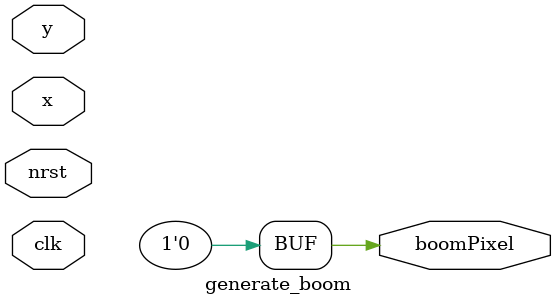
<source format=sv>
module generate_boom (
// This module intakes coordinates of the blocks containing the boom and outputs the pixel the boom is on
input logic clk, nrst,
input logic [8:0] x,
input logic [7:0] y,
output logic boomPixel
);
logic boomDetect; // 1 bit since boolean 0 or 1


logic [8:0] array_horX [15:0] ;
logic [7:0] array_horY [15:0];
logic [8:0] array_verX[16] ; 
logic [7:0] array_verY [16] ;
logic [8:0] SCo;
logic [7:0] SPo;

logic [8:0] startX;
logic [7:0] startY;

logic [8:0] topBx;
logic [7:0] topBy;
logic [8:0] midBx;
logic [7:0] midBy;
logic [8:0] botBx;
logic [7:0] botBy;
assign boomPixel = 0;
endmodule
/*
// toprigM toplefM botrigO toprigO botlefO toplefO botB topB
initial begin
  startX = 82;
  startY = 96;
array_horX[0] = 9'd004;
array_horX[1] = 9'd027;
array_horX[2] = 9'd060;
array_horX[3] = 9'd060;
array_horX[4] = 9'd093;
array_horX[5] = 9'd093;
array_horX[6] = 9'd126;
array_horX[7] = 9'd126;
// Initialize remaining elements if necessary
array_horX[8] = 9'd0;
array_horX[9] = 9'd0;
array_horX[10] = 9'd0;
array_horX[11] = 9'd0;
array_horX[12] = 9'd0;
array_horX[13] = 9'd0;
array_horX[14] = 9'd0;
array_horX[15] = 9'd0;
end
//initial array_horY = {8'd042, 8'd042, 8'd000, 8'd042, 8'd000, 8'd042, 8'd000, 8'd042};
// botrigM toprigM botcenM topcenM botlefM toplefM botrigO toprigO botlefO toplefO botrigO toprigO botlefO toplefO botrigB toprigB
initial begin
array_horY[0] = 8'd042;
array_horY[1] = 8'd042;
array_horY[2] = 8'd000;
array_horY[3] = 8'd042;
array_horY[4] = 8'd000;
array_horY[5] = 8'd042;
array_horY[6] = 8'd000;
array_horY[7] = 8'd042;
// Initialize remaining elements if necessary
array_horY[8] = 8'd0;
array_horY[9] = 8'd0;
array_horY[10] = 8'd0;
array_horY[11] = 8'd0;
array_horY[12] = 8'd0;
array_horY[13] = 8'd0;
array_horY[14] = 8'd0;
array_horY[15] = 8'd0;
end
initial begin
// Initialize array_verX
array_verX[0] = 9'd000;
array_verX[1] = 9'd000;
array_verX[2] = 9'd023;
array_verX[3] = 9'd023;
array_verX[4] = 9'd046;
array_verX[5] = 9'd046;
array_verX[6] = 9'd056;
array_verX[7] = 9'd056;
array_verX[8] = 9'd079;
array_verX[9] = 9'd079;
array_verX[10] = 9'd089;
array_verX[11] = 9'd089;
array_verX[12] = 9'd112;
array_verX[13] = 9'd112;
array_verX[14] = 9'd122;
array_verX[15] = 9'd122;
end

// initial array_verX = {9'd000, 9'd000, 9'd023, 9'd023, 9'd046, 9'd046, 9'd056, 9'd056, 9'd079, 9'd079, 9'd089, 9'd089, 9'd112, 9'd112, 9'd122, 9'd122};
// initial array_verY = {8'd003, 8'd024, 8'd003, 8'd024, 8'd003, 8'd024, 8'd003, 8'd024, 8'd003, 8'd024, 8'd003, 8'd024, 8'd003, 8'd024, 8'd003, 8'd024};
initial begin
// Initialize array_verY
array_verY[0] = 8'd003;
array_verY[1] = 8'd024;
array_verY[2] = 8'd003;
array_verY[3] = 8'd024;
array_verY[4] = 8'd003;
array_verY[5] = 8'd024;
array_verY[6] = 8'd003;
array_verY[7] = 8'd024;
array_verY[8] = 8'd003;
array_verY[9] = 8'd024;
array_verY[10] = 8'd003;
array_verY[11] = 8'd024;
array_verY[12] = 8'd003;
array_verY[13] = 8'd024;
array_verY[14] = 8'd003;
array_verY[15] = 8'd024;
end

always_comb begin
boomDetect = 0;

for (integer i = 0; i < 8; i++) begin
SCo = startX + array_horX[i];
SPo = startY + array_horY[i];
if
( 
(
((y == SPo + 0) || (y == SPo + 4))
&&((x >= SCo + 2) && (x <= SCo + 17))
)
||(
((y == SPo + 1) || (y == SPo + 3))
&&((x >= SCo + 1) && (x <= SCo + 18))
)
||(
(y == SPo + 2)
&&((x >= SCo + 0) && (x <= SCo + 19))
)
) begin
boomDetect = 1;
end
end


for (integer j = 0; j < 16; j++) begin
SCo = startX + array_verX[j];
SPo = startY + array_verY[j];
if
( 
(
((x == SCo + 0) || (x == SCo + 4))
&&((y >= SPo + 2) && (y <= SPo + 17))
)
||(
((x == SCo + 1) || (x == SCo + 3))
&&((y >= SPo + 1) && (y <= SPo + 18))
)
||(
(x == SCo + 2)
&&((y >= SPo + 0) && (y <= SPo + 19))
)
) begin
boomDetect = 1;
end 
end

// top left B
topBx = startX + 137;
topBy = startY + 24;
if
( 
(
((x == topBx + 0) || (x == topBx + 4))
&&((y >= topBy + 2) && (y <= topBy + 16))
)
||(
((x == topBx + 1) || (x == topBx + 3))
&&((y >= topBy + 1) && (y <= topBy + 16))
)
||(
(x == topBx + 2)
&&((y >= topBy + 0) && (y <= topBy + 16))
)
) begin
boomDetect = 1;
end

// middle center B
midBx = startX + 126;
midBy = startY + 21;
if
( 
(
((x >= midBx + 2) && (x <= midBx + 9))
&&((y == midBy + 0) || (y == midBy + 4))
)
||(
((x >= midBx + 1) && (x <= midBx + 10))
&&((y == midBy + 1) || (y == midBy + 3))
)
||(
((x >= midBx + 0) && (x <= midBx + 11))
&& (y == midBy + 2)
)
) begin
boomDetect = 1;
end

// bottom left B
botBx = startX + 137;
botBy = startY + 6;
if
( 
(
((x == botBx + 0) || (x == botBx + 4))
&&((y >= botBy + 0) && (y <= botBy + 14))
)
||(
((x == botBx + 1) || (x == botBx + 3))
&&((y >= botBy + 0) && (y <= botBy + 15))
)
||(
(x == botBx + 2)
&&((y >= botBy + 0) && (y <= botBy + 16))
)
) begin
boomDetect = 1;
end
end

always_ff @(posedge clk) begin
boomPixel <= boomDetect;
end
endmodule
</source>
